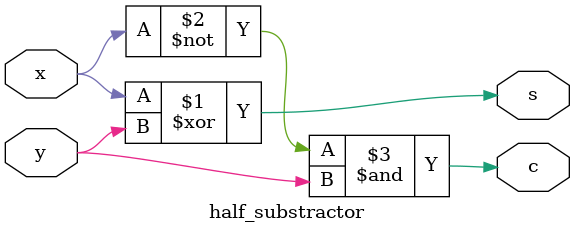
<source format=v>
module half_substractor(
	input x,
	input y,
	output s,c
);

assign s = x^y;
assign c = ~x &y;

endmodule
</source>
